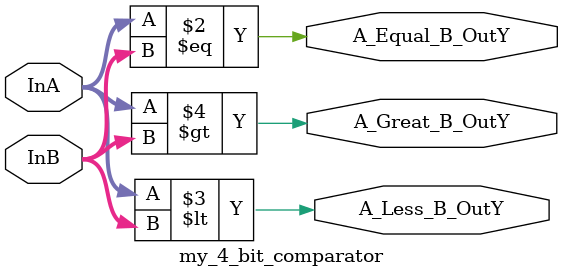
<source format=v>
/*
 * Module: Parametrized comparator code
 * 
 * Filename: my_4_bit_comparator.v
 * Version: 1.0
 *
 * Author: Cejo Konuparamban Lonappan
 *
 * Description: A parametrized Verilod description for implementing an unsigned
 * comparator. The width has been chosen to for a 4-bit comparator. 
 */

`define WIDTH 4 

module my_4_bit_comparator (InA, InB, A_Great_B_OutY, A_Less_B_OutY, A_Equal_B_OutY);

input [`WIDTH-1:0] InA, InB;
output reg A_Great_B_OutY, A_Less_B_OutY, A_Equal_B_OutY;

always @(InA or InB)
	{A_Great_B_OutY, A_Less_B_OutY, A_Equal_B_OutY} = {(InA > InB), (InA < InB), (InA == InB)};

endmodule

</source>
